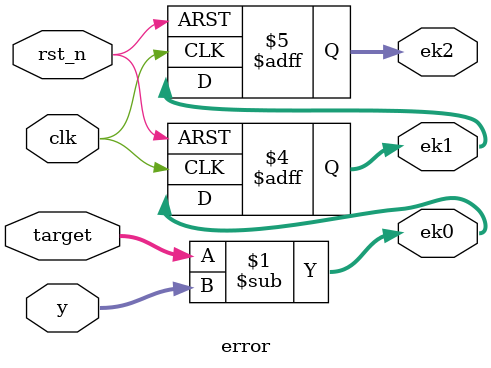
<source format=v>
module  error(
	//system signals
	input		clk						, // 时钟信号
	input		rst_n					, // 复位信号，低电平有效
	input		signed [31:0]		target	, // 目标值
	input		signed [31:0]		   y	, // 实际输出值
	output		signed [31:0]		  ek0	, // e(k)
	output		reg	 signed [31:0]		  ek1	, // e(k-1)
	output		reg	 signed [31:0]		  ek2	  // e(k-2)
);
 
assign ek0 = target - y; // 计算e(k)
 
always @ (posedge clk or negedge rst_n) begin
	if(!rst_n) begin // 初始化误差值
		ek1 <= 32'b0;
		ek2 <= 32'b0;
	end 	
	else begin
		ek1 <= ek0; // 延时一个时钟周期，得到e(k-1)
        ek2 <= ek1; // 再延时一个时钟周期，得到e(k-2) 
	end	   
end
endmodule
</source>
